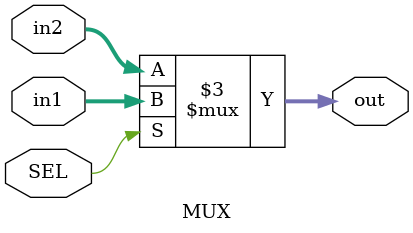
<source format=v>
module MUX #(

    parameter WIDTH = 32
    
)
(
    input wire SEL,
    input wire[WIDTH-1:0] in1,in2,
    output reg [WIDTH-1:0] out
    
);


always @(*)

     begin
    

         if(SEL)
         out = in1;

         else
         out = in2;

    end


endmodule
</source>
